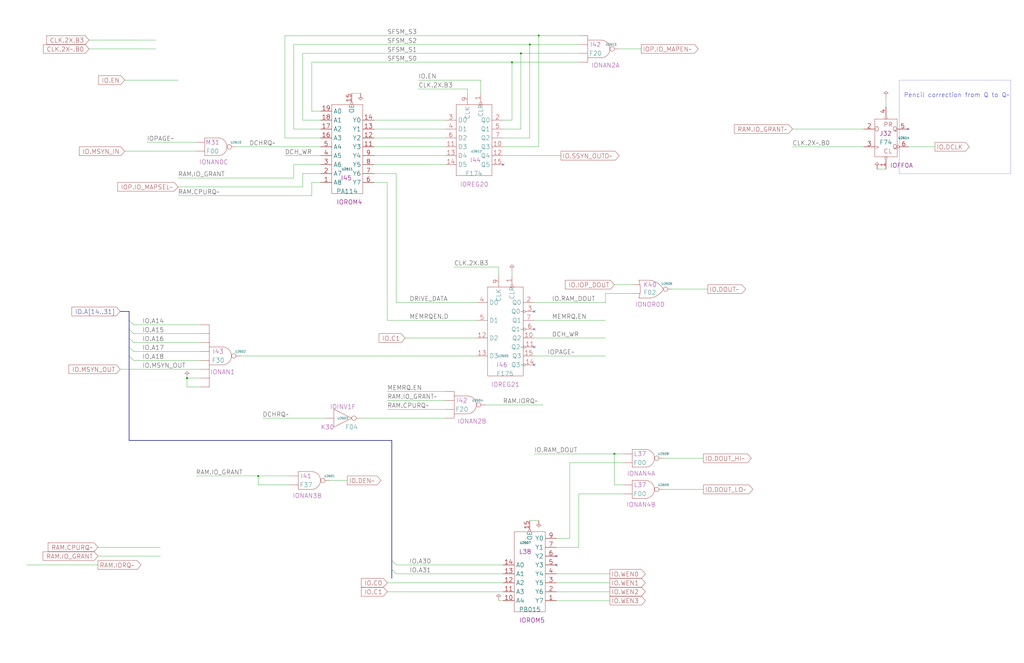
<source format=kicad_sch>
(kicad_sch (version 20230121) (generator eeschema)
  (paper "User" 584.2 378.46)
  (title_block (title "UNIBUS 0\\nSLAVE FSM") (date "22-SEP-90") (rev "2.0") (comment 1 "IOC") (comment 2 "232-003061") (comment 3 "S400") (comment 4 "RELEASED"))
  (lib_symbols
    (symbol "r1000:F00" (pin_numbers hide) (pin_names hide)
      (property "Reference" "U" (at 15.24 0 0))
      (property "Value" "F00" (at 1.905 -5.08 0))
      (property "Location" "___" (at 1.905 0 0))
      (property "Name" "______" (at 2.54 -12.7 0))
      (symbol "F00_0_1"
        (polyline (pts (xy -2.54 -7.62) (xy 5.08 -7.62)) (stroke (width 0.1524)))
        (polyline (pts (xy -2.54 2.54) (xy -2.54 -7.62)) (stroke (width 0.1524)))
        (polyline (pts (xy -2.54 2.54) (xy 5.08 2.54)) (stroke (width 0.1524)))
        (arc (start 5.08 -7.62) (mid 10.1282 -2.54) (end 5.08 2.54) (stroke (width 0.1524)))
        (circle (center 11.43 -2.54) (radius 1.27) (stroke (width 0.1524)))
      )
      (symbol "F00_0_2"
        (circle (center -3.81 -5.08) (radius 1.27) (stroke (width 0.1524)))
        (circle (center -3.81 0) (radius 1.27) (stroke (width 0.1524)))
        (arc (start -3.175 -7.62) (mid -2.134 -2.54) (end -3.175 2.54) (stroke (width 0.1524)))
        (polyline (pts (xy -3.175 -7.62) (xy 3.81 -7.62)) (stroke (width 0.1524)))
        (polyline (pts (xy -3.175 2.54) (xy 3.81 2.54)) (stroke (width 0.1524)))
        (arc (start 3.81 -7.62) (mid 7.5855 -5.8306) (end 10.16 -2.54) (stroke (width 0.1524)))
        (arc (start 10.16 -2.54) (mid 7.5827 0.7471) (end 3.81 2.54) (stroke (width 0.1524)))
      )
      (symbol "F00_1_1"
        (pin input line (at -7.62 0 0) (length 5.08) (name "D0") (number "1"))
        (pin input line (at -7.62 -5.08 0) (length 5.08) (name "D1") (number "2"))
        (pin output line (at 15.24 -2.54 180) (length 2.54) (name "Q") (number "3"))
      )
      (symbol "F00_1_2"
        (pin input line (at -7.62 0 0) (length 2.54) (name "D0") (number "1"))
        (pin input line (at -7.62 -5.08 0) (length 2.54) (name "D1") (number "2"))
        (pin output line (at 15.24 -2.54 180) (length 5.08) (name "Q") (number "3"))
      )
    )
    (symbol "r1000:F02" (pin_numbers hide) (pin_names hide)
      (property "Reference" "U" (at 12.16 0.635 0))
      (property "Value" "F02" (at -1.27 -4.445 0))
      (property "Location" "___" (at 2.54 0 0))
      (property "Name" "______" (at 2.54 -12.7 0))
      (symbol "F02_0_1"
        (arc (start -3.81 -7.62) (mid -2.9847 -2.54) (end -3.81 2.54) (stroke (width 0.1524)))
        (polyline (pts (xy -5.08 -5.08) (xy -3.175 -5.08)) (stroke (width 0.1524)))
        (polyline (pts (xy -5.08 0) (xy -3.175 0)) (stroke (width 0.1524)))
        (polyline (pts (xy -3.81 -7.62) (xy 2.54 -7.62)) (stroke (width 0.1524)))
        (polyline (pts (xy -3.81 2.54) (xy 2.54 2.54)) (stroke (width 0.1524)))
        (polyline (pts (xy 13.97 -2.54) (xy 12.7 -2.54)) (stroke (width 0.1524)))
        (arc (start 2.54 -7.62) (mid 6.9515 -5.9823) (end 10.16 -2.54) (stroke (width 0.1524)))
        (arc (start 10.16 -2.54) (mid 6.9478 0.8966) (end 2.54 2.54) (stroke (width 0.1524)))
        (circle (center 11.43 -2.54) (radius 1.27) (stroke (width 0.1524)))
      )
      (symbol "F02_0_2"
        (circle (center -3.81 -5.08) (radius 1.27) (stroke (width 0.1524)))
        (circle (center -3.81 0) (radius 1.27) (stroke (width 0.1524)))
        (polyline (pts (xy -2.54 -7.62) (xy 5.08 -7.62)) (stroke (width 0.1524)))
        (polyline (pts (xy -2.54 2.54) (xy -2.54 -7.62)) (stroke (width 0.1524)))
        (polyline (pts (xy -2.54 2.54) (xy 5.08 2.54)) (stroke (width 0.1524)))
        (polyline (pts (xy 11.43 -2.54) (xy 10.16 -2.54)) (stroke (width 0.1524)))
        (polyline (pts (xy 11.43 -2.54) (xy 12.7 -2.54)) (stroke (width 0.1524)))
        (arc (start 5.08 -7.62) (mid 10.1282 -2.54) (end 5.08 2.54) (stroke (width 0.1524)))
      )
      (symbol "F02_1_1"
        (pin input line (at -7.62 0 0) (length 2.54) (name "D0") (number "1"))
        (pin input line (at -7.62 -5.08 0) (length 2.54) (name "D1") (number "2"))
        (pin output line (at 15.24 -2.54 180) (length 1.27) (name "Q") (number "3"))
      )
      (symbol "F02_1_2"
        (pin input line (at -7.62 0 0) (length 2.54) (name "D0") (number "1"))
        (pin input line (at -7.62 -5.08 0) (length 2.54) (name "D1") (number "2"))
        (pin output line (at 15.24 -2.54 180) (length 2.54) (name "Q") (number "3"))
      )
    )
    (symbol "r1000:F04" (pin_numbers hide) (pin_names hide)
      (property "Reference" "U" (at 0 0 0))
      (property "Value" "F04" (at 1.27 -5.08 0))
      (property "Location" "___" (at -12.7 -5.08 0))
      (property "Name" "______" (at 0 5.08 0))
      (symbol "F04_0_1"
        (polyline (pts (xy -7.62 0) (xy -5.08 0)) (stroke (width 0.1524)))
        (polyline (pts (xy -5.08 5.08) (xy -5.08 -5.08)) (stroke (width 0.1524)))
        (polyline (pts (xy 5.08 0) (xy -5.08 -5.08)) (stroke (width 0.1524)))
        (polyline (pts (xy 5.08 0) (xy -5.08 5.08)) (stroke (width 0.1524)))
        (circle (center 6.35 0) (radius 1.27) (stroke (width 0.1524)))
      )
      (symbol "F04_1_1"
        (pin input line (at -10.16 0 0) (length 2.54) (name "D0") (number "1"))
        (pin output line (at 10.16 0 180) (length 2.54) (name "Q") (number "2"))
      )
    )
    (symbol "r1000:F174" (pin_names (offset 1.016))
      (property "Reference" "U" (at 2.54 5.08 0))
      (property "Value" "F174" (at -3.81 -7.62 0))
      (property "Location" "___" (at -1.27 0 0))
      (property "Name" "______" (at 1.27 -15.24 0))
      (symbol "F174_1_1"
        (rectangle (start -8.89 31.75) (end 11.43 -8.89))
        (circle (center 5.08 32.385) (radius 0.635))
        (pin input line (at 5.08 38.1 270) (length 5.08) (name "CLR") (number "1"))
        (pin output line (at 17.78 7.62 180) (length 6.35) (name "Q3") (number "10"))
        (pin input line (at -15.24 7.62 0) (length 6.35) (name "D3") (number "11"))
        (pin output line (at 17.78 2.54 180) (length 6.35) (name "Q4") (number "12"))
        (pin input line (at -15.24 2.54 0) (length 6.35) (name "D4") (number "13"))
        (pin input line (at -15.24 -2.54 0) (length 6.35) (name "D5") (number "14"))
        (pin output line (at 17.78 -2.54 180) (length 6.35) (name "Q5") (number "15"))
        (pin output line (at 17.78 22.86 180) (length 6.35) (name "Q0") (number "2"))
        (pin input line (at -15.24 22.86 0) (length 6.35) (name "D0") (number "3"))
        (pin input line (at -15.24 17.78 0) (length 6.35) (name "D1") (number "4"))
        (pin output line (at 17.78 17.78 180) (length 6.35) (name "Q1") (number "5"))
        (pin input line (at -15.24 12.7 0) (length 6.35) (name "D2") (number "6"))
        (pin output line (at 17.78 12.7 180) (length 6.35) (name "Q2") (number "7"))
        (pin input line (at -2.54 38.1 270) (length 6.35) (name "CLK") (number "9"))
      )
    )
    (symbol "r1000:F175" (pin_names (offset 1.016))
      (property "Reference" "U" (at 2.54 5.08 0))
      (property "Value" "F175" (at -1.27 -5.08 0))
      (property "Location" "___" (at -1.27 0 0))
      (property "Name" "______" (at 3.81 -12.7 0))
      (symbol "F175_1_1"
        (rectangle (start -6.35 44.45) (end 13.97 -6.35))
        (circle (center 7.62 45.085) (radius 0.635))
        (circle (center 14.605 0) (radius 0.635))
        (circle (center 14.605 10.16) (radius 0.635))
        (circle (center 14.605 20.32) (radius 0.635))
        (circle (center 14.605 30.48) (radius 0.635))
        (pin input line (at 7.62 50.8 270) (length 5.08) (name "CLR") (number "1"))
        (pin output line (at 20.32 15.24 180) (length 6.35) (name "Q2") (number "10"))
        (pin output line (at 20.32 10.16 180) (length 5.08) (name "Q2~") (number "11"))
        (pin input line (at -12.7 15.24 0) (length 6.35) (name "D2") (number "12"))
        (pin input line (at -12.7 5.08 0) (length 6.35) (name "D3") (number "13"))
        (pin output line (at 20.32 0 180) (length 5.08) (name "Q3~") (number "14"))
        (pin output line (at 20.32 5.08 180) (length 6.35) (name "Q3") (number "15"))
        (pin output line (at 20.32 35.56 180) (length 6.35) (name "Q0") (number "2"))
        (pin output line (at 20.32 30.48 180) (length 5.08) (name "Q0~") (number "3"))
        (pin input line (at -12.7 35.56 0) (length 6.35) (name "D0") (number "4"))
        (pin input line (at -12.7 25.4 0) (length 6.35) (name "D1") (number "5"))
        (pin output line (at 20.32 20.32 180) (length 5.08) (name "Q1~") (number "6"))
        (pin output line (at 20.32 25.4 180) (length 6.35) (name "Q1") (number "7"))
        (pin input line (at 0 50.8 270) (length 6.35) (name "CLK") (number "9"))
      )
    )
    (symbol "r1000:F20" (pin_numbers hide) (pin_names hide)
      (property "Reference" "U" (at 8.255 2.54 0))
      (property "Value" "F20" (at -0.635 -2.54 0))
      (property "Location" "___" (at -0.635 2.54 0))
      (property "Name" "______" (at 5.08 -10.795 0))
      (symbol "F20_0_1"
        (polyline (pts (xy -5.08 -5.08) (xy -5.08 -7.62)) (stroke (width 0.1524)))
        (polyline (pts (xy -5.08 5.08) (xy -5.08 -5.08)) (stroke (width 0.1524)))
        (polyline (pts (xy -5.08 7.62) (xy -5.08 5.08)) (stroke (width 0.1524)))
        (polyline (pts (xy 2.54 -5.08) (xy -5.08 -5.08)) (stroke (width 0.1524)))
        (polyline (pts (xy 2.54 5.08) (xy -5.08 5.08)) (stroke (width 0.1524)))
        (arc (start 2.54 -5.08) (mid 7.5882 0) (end 2.54 5.08) (stroke (width 0.1524)))
        (circle (center 8.89 0) (radius 1.27) (stroke (width 0.1524)))
      )
      (symbol "F20_0_2"
        (circle (center -7.62 -7.62) (radius 1.27) (stroke (width 0.1524)))
        (circle (center -7.62 7.62) (radius 1.27) (stroke (width 0.1524)))
        (circle (center -6.985 -2.54) (radius 1.27) (stroke (width 0.1524)))
        (circle (center -6.985 2.54) (radius 1.27) (stroke (width 0.1524)))
        (arc (start -6.35 -7.62) (mid -5.3975 0) (end -6.35 7.62) (stroke (width 0.1524)))
        (polyline (pts (xy -5.715 -5.08) (xy 1.27 -5.08)) (stroke (width 0.1524)))
        (polyline (pts (xy -5.715 5.08) (xy 1.27 5.08)) (stroke (width 0.1524)))
        (arc (start 1.27 -5.08) (mid 5.0518 -3.2985) (end 7.62 0) (stroke (width 0.1524)))
        (arc (start 7.62 0) (mid 5.0518 3.2985) (end 1.27 5.08) (stroke (width 0.1524)))
      )
      (symbol "F20_1_1"
        (pin input line (at -10.16 7.62 0) (length 5.08) (name "D0") (number "1"))
        (pin input line (at -10.16 2.54 0) (length 5.08) (name "D1") (number "2"))
        (pin input line (at -10.16 -2.54 0) (length 5.08) (name "D2") (number "4"))
        (pin input line (at -10.16 -7.62 0) (length 5.08) (name "D3") (number "5"))
        (pin output line (at 12.7 0 180) (length 2.54) (name "Q") (number "6"))
      )
      (symbol "F20_1_2"
        (pin input line (at -10.16 7.62 0) (length 1.27) (name "D0") (number "1"))
        (pin input line (at -10.16 2.54 0) (length 1.905) (name "D1") (number "2"))
        (pin input line (at -10.16 -2.54 0) (length 1.905) (name "D2") (number "4"))
        (pin input line (at -10.16 -7.62 0) (length 1.27) (name "D3") (number "5"))
        (pin output line (at 12.7 0 180) (length 5.08) (name "Q") (number "6"))
      )
    )
    (symbol "r1000:F30" (pin_numbers hide) (pin_names hide)
      (property "Reference" "U" (at 15.24 2.54 0))
      (property "Value" "F30" (at 2.54 -2.54 0))
      (property "Location" "___" (at 2.54 2.54 0))
      (property "Name" "______" (at 5.08 -10.62 0))
      (symbol "F30_0_0"
        (polyline (pts (xy -2.54 -5.08) (xy 5.08 -5.08)) (stroke (width 0.1524)))
        (polyline (pts (xy -2.54 5.08) (xy 5.08 5.08)) (stroke (width 0.1524)))
        (arc (start 5.08 -5.08) (mid 8.6721 -3.5921) (end 10.16 0) (stroke (width 0.1524)))
        (arc (start 10.16 0) (mid 8.6721 3.5921) (end 5.08 5.08) (stroke (width 0.1524)))
        (circle (center 11.43 0) (radius 1.27) (stroke (width 0.1524)))
      )
      (symbol "F30_0_1"
        (polyline (pts (xy -2.54 -7.62) (xy -2.54 -17.78)) (stroke (width 0.1524)))
        (polyline (pts (xy -2.54 -5.08) (xy -2.54 -7.62)) (stroke (width 0.1524)))
        (polyline (pts (xy -2.54 5.08) (xy -2.54 -5.08)) (stroke (width 0.1524)))
        (polyline (pts (xy -2.54 7.62) (xy -2.54 5.08)) (stroke (width 0.1524)))
        (polyline (pts (xy -2.54 17.145) (xy -2.54 7.62)) (stroke (width 0.1524)))
        (polyline (pts (xy -2.54 17.78) (xy -2.54 17.145)) (stroke (width 0.1524)))
      )
      (symbol "F30_1_1"
        (pin input line (at -7.62 7.62 0) (length 5.08) (name "D2") (number "1"))
        (pin input line (at -7.62 17.78 0) (length 5.08) (name "D0") (number "11"))
        (pin input line (at -7.62 12.7 0) (length 5.08) (name "D1") (number "12"))
        (pin input line (at -7.62 2.54 0) (length 5.08) (name "D3") (number "2"))
        (pin input line (at -7.62 -2.54 0) (length 5.08) (name "D4") (number "3"))
        (pin input line (at -7.62 -7.62 0) (length 5.08) (name "D5") (number "4"))
        (pin input line (at -7.62 -12.7 0) (length 5.08) (name "D6") (number "5"))
        (pin input line (at -7.62 -17.78 0) (length 5.08) (name "D7") (number "6"))
        (pin output line (at 15.24 0 180) (length 2.54) (name "Q") (number "8"))
      )
    )
    (symbol "r1000:F37" (pin_numbers hide) (pin_names (offset 0) hide)
      (property "Reference" "U" (at 15.24 0 0))
      (property "Value" "F37" (at 1.905 -5.08 0))
      (property "Location" "___" (at 1.905 0 0))
      (property "Name" "______" (at 2.54 -12.7 0))
      (symbol "F37_0_1"
        (polyline (pts (xy -2.54 -7.62) (xy 5.08 -7.62)) (stroke (width 0.1524)))
        (polyline (pts (xy -2.54 2.54) (xy -2.54 -7.62)) (stroke (width 0.1524)))
        (polyline (pts (xy -2.54 2.54) (xy 5.08 2.54)) (stroke (width 0.1524)))
        (arc (start 5.08 -7.62) (mid 10.1282 -2.54) (end 5.08 2.54) (stroke (width 0.1524)))
        (circle (center 11.43 -2.54) (radius 1.27) (stroke (width 0.1524)))
      )
      (symbol "F37_0_2"
        (circle (center -3.81 -5.08) (radius 1.27) (stroke (width 0.1524)))
        (circle (center -3.81 0) (radius 1.27) (stroke (width 0.1524)))
        (arc (start -3.175 -7.62) (mid -2.134 -2.54) (end -3.175 2.54) (stroke (width 0.1524)))
        (polyline (pts (xy -3.175 -7.62) (xy 3.81 -7.62)) (stroke (width 0.1524)))
        (polyline (pts (xy -3.175 2.54) (xy 3.81 2.54)) (stroke (width 0.1524)))
        (arc (start 3.81 -7.62) (mid 7.5855 -5.8306) (end 10.16 -2.54) (stroke (width 0.1524)))
        (arc (start 10.16 -2.54) (mid 7.5827 0.7471) (end 3.81 2.54) (stroke (width 0.1524)))
      )
      (symbol "F37_1_1"
        (pin input line (at -7.62 0 0) (length 5.08) (name "D0") (number "1"))
        (pin input line (at -7.62 -5.08 0) (length 5.08) (name "D1") (number "2"))
        (pin output line (at 15.24 -2.54 180) (length 2.54) (name "Q") (number "3"))
      )
      (symbol "F37_1_2"
        (pin input line (at -7.62 0 0) (length 2.54) (name "D0") (number "1"))
        (pin input line (at -7.62 -5.08 0) (length 2.54) (name "D1") (number "2"))
        (pin output line (at 15.24 -2.54 180) (length 5.08) (name "Q") (number "3"))
      )
    )
    (symbol "r1000:F74" (pin_names (offset 1.016) hide)
      (property "Reference" "U" (at 12.7 -2.54 0))
      (property "Value" "F74" (at -1.27 -5.08 0))
      (property "Location" "___" (at -1.27 0 0))
      (property "Name" "______" (at 11.43 -19.685 0))
      (symbol "F74_0_1"
        (rectangle (start -3.81 8.255) (end 8.89 -13.335) (stroke (width 0.1524)))
        (polyline (pts (xy 2.54 -15.24) (xy 2.54 -14.605)) (stroke (width 0.1524)))
        (polyline (pts (xy 2.54 10.16) (xy 2.54 9.525)) (stroke (width 0.1524)))
      )
      (symbol "F74_1_1"
        (circle (center 2.54 -13.97) (radius 0.635))
        (circle (center 2.54 8.89) (radius 0.635))
        (circle (center 9.525 -7.62) (radius 0.635))
        (text ">" (at -2.54 -7.62 0) (effects (font (size 2.54 2.54))))
        (text "C" (at 2.54 -10.16 0) (effects (font (size 2.54 2.54))))
        (text "D" (at -2.54 2.54 0) (effects (font (size 2.54 2.54))))
        (text "L" (at 5.08 -10.16 0) (effects (font (size 2.54 2.54))))
        (text "P" (at 2.54 5.08 0) (effects (font (size 2.54 2.54))))
        (text "Q" (at 7.62 -7.62 0) (effects (font (size 2.54 2.54))))
        (text "Q" (at 7.62 2.54 0) (effects (font (size 2.54 2.54))))
        (text "R" (at 5.08 5.08 0) (effects (font (size 2.54 2.54))))
        (pin input line (at 2.54 -20.32 90) (length 5.08) (name "CL_") (number "1"))
        (pin input line (at -10.16 2.54 0) (length 6.35) (name "D") (number "2"))
        (pin input line (at -10.16 -7.62 0) (length 6.35) (name "CLK") (number "3"))
        (pin input line (at 2.54 15.24 270) (length 5.08) (name "PR_") (number "4"))
        (pin output line (at 15.24 2.54 180) (length 6.35) (name "Q") (number "5"))
        (pin output line (at 15.24 -7.62 180) (length 5.08) (name "Q_") (number "6"))
      )
    )
    (symbol "r1000:PAxxx" (pin_names (offset 1.016))
      (property "Reference" "U" (at 2.54 5.08 0))
      (property "Value" "PAxxx" (at -3.81 -7.62 0))
      (property "Location" "___" (at -1.27 0 0))
      (property "Name" "______" (at 3.81 -15.24 0))
      (symbol "PAxxx_1_1"
        (rectangle (start -6.35 41.91) (end 11.43 -8.89))
        (circle (center 5.08 42.545) (radius 0.635))
        (pin input line (at -12.7 -2.54 0) (length 6.35) (name "A8") (number "1"))
        (pin tri_state line (at 17.78 17.78 180) (length 6.35) (name "Y3") (number "11"))
        (pin tri_state line (at 17.78 22.86 180) (length 6.35) (name "Y2") (number "12"))
        (pin tri_state line (at 17.78 27.94 180) (length 6.35) (name "Y1") (number "13"))
        (pin tri_state line (at 17.78 33.02 180) (length 6.35) (name "Y0") (number "14"))
        (pin input line (at 5.08 48.26 270) (length 5.08) (name "OE") (number "15"))
        (pin input line (at -12.7 22.86 0) (length 6.35) (name "A3") (number "16"))
        (pin input line (at -12.7 27.94 0) (length 6.35) (name "A2") (number "17"))
        (pin input line (at -12.7 33.02 0) (length 6.35) (name "A1") (number "18"))
        (pin input line (at -12.7 38.1 0) (length 6.35) (name "A0") (number "19"))
        (pin input line (at -12.7 2.54 0) (length 6.35) (name "A7") (number "2"))
        (pin input line (at -12.7 7.62 0) (length 6.35) (name "A6") (number "3"))
        (pin input line (at -12.7 12.7 0) (length 6.35) (name "A5") (number "4"))
        (pin input line (at -12.7 17.78 0) (length 6.35) (name "A4") (number "5"))
        (pin tri_state line (at 17.78 -2.54 180) (length 6.35) (name "Y7") (number "6"))
        (pin tri_state line (at 17.78 2.54 180) (length 6.35) (name "Y6") (number "7"))
        (pin tri_state line (at 17.78 7.62 180) (length 6.35) (name "Y5") (number "8"))
        (pin tri_state line (at 17.78 12.7 180) (length 6.35) (name "Y4") (number "9"))
      )
    )
    (symbol "r1000:PBxxx" (pin_names (offset 1.016))
      (property "Reference" "U" (at 2.54 5.08 0))
      (property "Value" "PBxxx" (at -1.27 -33.02 0))
      (property "Location" "___" (at -1.27 0 0))
      (property "Name" "______" (at 6.35 -40.64 0))
      (symbol "PBxxx_1_1"
        (rectangle (start -3.81 11.43) (end 13.97 -34.29))
        (circle (center 5.08 12.065) (radius 0.635))
        (pin tri_state line (at 20.32 -27.94 180) (length 6.35) (name "Y7") (number "1"))
        (pin input line (at -10.16 -27.94 0) (length 6.35) (name "A4") (number "10"))
        (pin input line (at -10.16 -22.86 0) (length 6.35) (name "A3") (number "11"))
        (pin input line (at -10.16 -17.78 0) (length 6.35) (name "A2") (number "12"))
        (pin input line (at -10.16 -12.7 0) (length 6.35) (name "A1") (number "13"))
        (pin input line (at -10.16 -7.62 0) (length 6.35) (name "A0") (number "14"))
        (pin input line (at 5.08 17.78 270) (length 5.08) (name "OE") (number "15"))
        (pin tri_state line (at 20.32 -22.86 180) (length 6.35) (name "Y6") (number "2"))
        (pin tri_state line (at 20.32 -17.78 180) (length 6.35) (name "Y5") (number "3"))
        (pin tri_state line (at 20.32 -12.7 180) (length 6.35) (name "Y4") (number "4"))
        (pin tri_state line (at 20.32 -7.62 180) (length 6.35) (name "Y3") (number "5"))
        (pin tri_state line (at 20.32 -2.54 180) (length 6.35) (name "Y2") (number "6"))
        (pin tri_state line (at 20.32 2.54 180) (length 6.35) (name "Y1") (number "7"))
        (pin tri_state line (at 20.32 7.62 180) (length 6.35) (name "Y0") (number "9"))
      )
    )
    (symbol "r1000:PD" (power) (pin_numbers hide) (pin_names hide) (in_bom no)
      (symbol "PD_0_1"
        (polyline (pts (xy 0 -2.54) (xy 1.27 -2.54) (xy 0 -3.81) (xy -1.27 -2.54) (xy 0 -2.54)) (stroke (width 0.1524)))
      )
      (symbol "PD_1_1"
        (pin power_in line (at 0 0 270) (length 2.54) (name "PD") (number "1"))
      )
    )
    (symbol "r1000:PU" (power) (pin_numbers hide) (pin_names hide)
      (symbol "PU_0_1"
        (polyline (pts (xy 0 2.54) (xy -1.27 2.54) (xy 0 3.81) (xy 1.27 2.54) (xy 0 2.54)) (stroke (width 0.1524)))
      )
      (symbol "PU_1_1"
        (pin power_in line (at 0 0 90) (length 2.54) (name "PU") (number "1"))
      )
    )
  )
  (junction (at 350.52 259.08))
  (junction (at 297.18 30.48))
  (junction (at 307.34 20.32))
  (junction (at 106.68 215.9))
  (junction (at 147.32 271.78))
  (junction (at 302.26 25.4))
  (junction (at 292.1 35.56))
  (no_connect (at 304.8 177.8))
  (no_connect (at 317.5 322.58))
  (no_connect (at 304.8 198.12))
  (no_connect (at 304.8 208.28))
  (no_connect (at 518.16 73.66))
  (no_connect (at 304.8 187.96))
  (no_connect (at 317.5 317.5))
  (no_connect (at 287.02 93.98))
  (bus_entry (at 223.52 320.04) (size 2.54 2.54))
  (bus_entry (at 73.66 193.04) (size 2.54 2.54))
  (bus_entry (at 73.66 187.96) (size 2.54 2.54))
  (bus_entry (at 223.52 325.12) (size 2.54 2.54))
  (bus_entry (at 73.66 182.88) (size 2.54 2.54))
  (bus_entry (at 73.66 198.12) (size 2.54 2.54))
  (bus_entry (at 73.66 203.2) (size 2.54 2.54))
  (wire (pts (xy 302.26 25.4) (xy 330.2 25.4)))
  (wire (pts (xy 137.16 203.2) (xy 271.78 203.2)))
  (wire (pts (xy 213.36 88.9) (xy 254 88.9)))
  (wire (pts (xy 182.88 78.74) (xy 162.56 78.74)))
  (wire (pts (xy 220.98 182.88) (xy 220.98 104.14)))
  (wire (pts (xy 182.88 68.58) (xy 172.72 68.58)))
  (wire (pts (xy 71.12 45.72) (xy 101.6 45.72)))
  (wire (pts (xy 350.52 162.56) (xy 360.68 162.56)))
  (wire (pts (xy 220.98 233.68) (xy 254 233.68)))
  (wire (pts (xy 220.98 104.14) (xy 213.36 104.14)))
  (wire (pts (xy 292.1 154.94) (xy 292.1 157.48)))
  (wire (pts (xy 76.2 205.74) (xy 114.3 205.74)))
  (wire (pts (xy 307.34 20.32) (xy 330.2 20.32)))
  (wire (pts (xy 345.44 167.64) (xy 360.68 167.64)))
  (bus (pts (xy 73.66 187.96) (xy 73.66 193.04)))
  (wire (pts (xy 167.64 25.4) (xy 302.26 25.4)))
  (wire (pts (xy 226.06 322.58) (xy 287.02 322.58)))
  (wire (pts (xy 500.38 96.52) (xy 505.46 96.52)))
  (wire (pts (xy 182.88 73.66) (xy 167.64 73.66)))
  (wire (pts (xy 317.5 332.74) (xy 347.98 332.74)))
  (polyline (pts (xy 576.58 99.06) (xy 513.08 99.06)) (stroke (width 0.0243)))
  (wire (pts (xy 355.6 281.94) (xy 330.2 281.94)))
  (wire (pts (xy 284.48 152.4) (xy 284.48 157.48)))
  (wire (pts (xy 284.48 342.9) (xy 287.02 342.9)))
  (wire (pts (xy 134.62 83.82) (xy 182.88 83.82)))
  (wire (pts (xy 162.56 78.74) (xy 162.56 20.32)))
  (wire (pts (xy 226.06 99.06) (xy 226.06 172.72)))
  (wire (pts (xy 147.32 271.78) (xy 165.1 271.78)))
  (wire (pts (xy 304.8 193.04) (xy 345.44 193.04)))
  (wire (pts (xy 345.44 172.72) (xy 345.44 167.64)))
  (wire (pts (xy 114.3 220.98) (xy 106.68 220.98)))
  (wire (pts (xy 177.8 104.14) (xy 182.88 104.14)))
  (wire (pts (xy 274.32 45.72) (xy 274.32 53.34)))
  (wire (pts (xy 317.5 337.82) (xy 347.98 337.82)))
  (wire (pts (xy 55.88 317.5) (xy 91.44 317.5)))
  (wire (pts (xy 172.72 106.68) (xy 172.72 99.06)))
  (wire (pts (xy 162.56 20.32) (xy 307.34 20.32)))
  (bus (pts (xy 73.66 193.04) (xy 73.66 198.12)))
  (wire (pts (xy 325.12 307.34) (xy 325.12 264.16)))
  (wire (pts (xy 292.1 35.56) (xy 330.2 35.56)))
  (wire (pts (xy 172.72 30.48) (xy 297.18 30.48)))
  (wire (pts (xy 292.1 68.58) (xy 287.02 68.58)))
  (wire (pts (xy 452.12 83.82) (xy 492.76 83.82)))
  (wire (pts (xy 317.5 307.34) (xy 325.12 307.34)))
  (wire (pts (xy 317.5 327.66) (xy 347.98 327.66)))
  (bus (pts (xy 68.58 177.8) (xy 73.66 177.8)))
  (wire (pts (xy 101.6 106.68) (xy 172.72 106.68)))
  (wire (pts (xy 330.2 281.94) (xy 330.2 312.42)))
  (wire (pts (xy 307.34 20.32) (xy 307.34 83.82)))
  (wire (pts (xy 213.36 93.98) (xy 254 93.98)))
  (wire (pts (xy 167.64 101.6) (xy 167.64 93.98)))
  (bus (pts (xy 73.66 198.12) (xy 73.66 203.2)))
  (wire (pts (xy 106.68 220.98) (xy 106.68 215.9)))
  (wire (pts (xy 297.18 30.48) (xy 297.18 73.66)))
  (wire (pts (xy 76.2 185.42) (xy 114.3 185.42)))
  (wire (pts (xy 276.86 231.14) (xy 309.88 231.14)))
  (wire (pts (xy 259.08 152.4) (xy 284.48 152.4)))
  (wire (pts (xy 297.18 30.48) (xy 330.2 30.48)))
  (wire (pts (xy 55.88 312.42) (xy 91.44 312.42)))
  (wire (pts (xy 76.2 195.58) (xy 114.3 195.58)))
  (wire (pts (xy 50.8 22.86) (xy 88.9 22.86)))
  (wire (pts (xy 162.56 88.9) (xy 182.88 88.9)))
  (wire (pts (xy 68.58 210.82) (xy 114.3 210.82)))
  (wire (pts (xy 111.76 271.78) (xy 147.32 271.78)))
  (wire (pts (xy 452.12 73.66) (xy 492.76 73.66)))
  (wire (pts (xy 101.6 111.76) (xy 177.8 111.76)))
  (bus (pts (xy 73.66 177.8) (xy 73.66 182.88)))
  (polyline (pts (xy 576.58 45.72) (xy 576.58 99.06)) (stroke (width 0.0243)))
  (wire (pts (xy 177.8 63.5) (xy 177.8 35.56)))
  (wire (pts (xy 167.64 93.98) (xy 182.88 93.98)))
  (wire (pts (xy 226.06 172.72) (xy 271.78 172.72)))
  (wire (pts (xy 213.36 68.58) (xy 254 68.58)))
  (wire (pts (xy 177.8 35.56) (xy 292.1 35.56)))
  (wire (pts (xy 231.14 193.04) (xy 271.78 193.04)))
  (wire (pts (xy 505.46 55.88) (xy 505.46 60.96)))
  (wire (pts (xy 213.36 83.82) (xy 254 83.82)))
  (wire (pts (xy 213.36 73.66) (xy 254 73.66)))
  (wire (pts (xy 172.72 99.06) (xy 182.88 99.06)))
  (wire (pts (xy 226.06 327.66) (xy 287.02 327.66)))
  (wire (pts (xy 350.52 276.86) (xy 350.52 259.08)))
  (bus (pts (xy 73.66 203.2) (xy 73.66 251.46)))
  (wire (pts (xy 355.6 276.86) (xy 350.52 276.86)))
  (wire (pts (xy 307.34 83.82) (xy 287.02 83.82)))
  (wire (pts (xy 317.5 342.9) (xy 347.98 342.9)))
  (wire (pts (xy 297.18 73.66) (xy 287.02 73.66)))
  (wire (pts (xy 76.2 190.5) (xy 114.3 190.5)))
  (wire (pts (xy 187.96 274.32) (xy 198.12 274.32)))
  (wire (pts (xy 172.72 68.58) (xy 172.72 30.48)))
  (wire (pts (xy 71.12 86.36) (xy 111.76 86.36)))
  (wire (pts (xy 292.1 35.56) (xy 292.1 68.58)))
  (wire (pts (xy 302.26 297.18) (xy 307.34 297.18)))
  (bus (pts (xy 73.66 182.88) (xy 73.66 187.96)))
  (wire (pts (xy 182.88 63.5) (xy 177.8 63.5)))
  (wire (pts (xy 177.8 111.76) (xy 177.8 104.14)))
  (wire (pts (xy 213.36 99.06) (xy 226.06 99.06)))
  (wire (pts (xy 205.74 238.76) (xy 254 238.76)))
  (wire (pts (xy 220.98 182.88) (xy 271.78 182.88)))
  (polyline (pts (xy 513.08 45.72) (xy 513.08 99.06)) (stroke (width 0.0243)))
  (wire (pts (xy 220.98 337.82) (xy 287.02 337.82)))
  (wire (pts (xy 147.32 276.86) (xy 147.32 271.78)))
  (wire (pts (xy 213.36 78.74) (xy 254 78.74)))
  (wire (pts (xy 287.02 88.9) (xy 320.04 88.9)))
  (polyline (pts (xy 513.08 45.72) (xy 576.58 45.72)) (stroke (width 0.0243)))
  (wire (pts (xy 167.64 73.66) (xy 167.64 25.4)))
  (wire (pts (xy 353.06 27.94) (xy 365.76 27.94)))
  (wire (pts (xy 304.8 259.08) (xy 350.52 259.08)))
  (wire (pts (xy 15.24 322.58) (xy 55.88 322.58)))
  (wire (pts (xy 304.8 172.72) (xy 345.44 172.72)))
  (wire (pts (xy 106.68 215.9) (xy 114.3 215.9)))
  (wire (pts (xy 378.46 279.4) (xy 401.32 279.4)))
  (bus (pts (xy 223.52 251.46) (xy 223.52 320.04)))
  (wire (pts (xy 220.98 223.52) (xy 254 223.52)))
  (wire (pts (xy 378.46 261.62) (xy 401.32 261.62)))
  (bus (pts (xy 73.66 251.46) (xy 223.52 251.46)))
  (bus (pts (xy 223.52 320.04) (xy 223.52 325.12)))
  (wire (pts (xy 200.66 53.34) (xy 205.74 53.34)))
  (wire (pts (xy 220.98 228.6) (xy 254 228.6)))
  (wire (pts (xy 165.1 276.86) (xy 147.32 276.86)))
  (wire (pts (xy 304.8 182.88) (xy 345.44 182.88)))
  (wire (pts (xy 518.16 83.82) (xy 533.4 83.82)))
  (wire (pts (xy 266.7 50.8) (xy 266.7 53.34)))
  (wire (pts (xy 101.6 101.6) (xy 167.64 101.6)))
  (bus (pts (xy 223.52 325.12) (xy 223.52 330.2)))
  (wire (pts (xy 83.82 81.28) (xy 111.76 81.28)))
  (wire (pts (xy 220.98 332.74) (xy 287.02 332.74)))
  (wire (pts (xy 302.26 78.74) (xy 287.02 78.74)))
  (wire (pts (xy 50.8 27.94) (xy 88.9 27.94)))
  (wire (pts (xy 330.2 312.42) (xy 317.5 312.42)))
  (wire (pts (xy 304.8 203.2) (xy 345.44 203.2)))
  (wire (pts (xy 76.2 200.66) (xy 114.3 200.66)))
  (wire (pts (xy 238.76 50.8) (xy 266.7 50.8)))
  (wire (pts (xy 350.52 259.08) (xy 355.6 259.08)))
  (wire (pts (xy 383.54 165.1) (xy 403.86 165.1)))
  (wire (pts (xy 149.86 238.76) (xy 185.42 238.76)))
  (wire (pts (xy 302.26 25.4) (xy 302.26 78.74)))
  (wire (pts (xy 238.76 45.72) (xy 274.32 45.72)))
  (wire (pts (xy 325.12 264.16) (xy 355.6 264.16)))
  (text "Pencil correction from Q to Q~" (at 515.62 55.88 0) (effects (font (size 2.54 2.54)) (justify left bottom)))
  (label "IOPAGE~" (at 83.82 81.28 0) (effects (font (size 2.54 2.54))))
  (label "IO.A30" (at 233.68 322.58 0) (effects (font (size 2.54 2.54))))
  (label "IO.A16" (at 81.28 195.58 0) (effects (font (size 2.54 2.54))))
  (label "DCH_WR" (at 162.56 88.9 0) (effects (font (size 2.54 2.54))))
  (label "MEMRQEN.D" (at 233.68 182.88 0) (effects (font (size 2.54 2.54))))
  (label "SFSM_S0" (at 220.98 35.56 0) (effects (font (size 2.54 2.54))))
  (label "IO.RAM_DOUT" (at 304.8 259.08 0) (effects (font (size 2.54 2.54))))
  (label "DRIVE_DATA" (at 233.68 172.72 0) (effects (font (size 2.54 2.54))))
  (label "RAM.CPURQ~" (at 220.98 233.68 0) (effects (font (size 2.54 2.54))))
  (label "IO.RAM_DOUT" (at 314.96 172.72 0) (effects (font (size 2.54 2.54))))
  (label "SFSM_S1" (at 220.98 30.48 0) (effects (font (size 2.54 2.54))))
  (label "IO.EN" (at 238.76 45.72 0) (effects (font (size 2.54 2.54))))
  (label "CLK.2X.B3" (at 238.76 50.8 0) (effects (font (size 2.54 2.54))))
  (label "IO.A31" (at 233.68 327.66 0) (effects (font (size 2.54 2.54))))
  (label "MEMRQ.EN" (at 220.98 223.52 0) (effects (font (size 2.54 2.54))))
  (label "CLK.2X.B3" (at 259.08 152.4 0) (effects (font (size 2.54 2.54))))
  (label "IO.A15" (at 81.28 190.5 0) (effects (font (size 2.54 2.54))))
  (label "DCHRQ~" (at 149.86 238.76 0) (effects (font (size 2.54 2.54))))
  (label "IOPAGE~" (at 312.42 203.2 0) (effects (font (size 2.54 2.54))))
  (label "CLK.2X~.B0" (at 452.12 83.82 0) (effects (font (size 2.54 2.54))))
  (label "DCHRQ~" (at 142.24 83.82 0) (effects (font (size 2.54 2.54))))
  (label "RAM.IO_GRANT" (at 101.6 101.6 0) (effects (font (size 2.54 2.54))))
  (label "MEMRQ.EN" (at 314.96 182.88 0) (effects (font (size 2.54 2.54))))
  (label "DCH_WR" (at 314.96 193.04 0) (effects (font (size 2.54 2.54))))
  (label "IO.A14" (at 81.28 185.42 0) (effects (font (size 2.54 2.54))))
  (label "RAM.IO_GRANT~" (at 220.98 228.6 0) (effects (font (size 2.54 2.54))))
  (label "SFSM_S3" (at 220.98 20.32 0) (effects (font (size 2.54 2.54))))
  (label "SFSM_S2" (at 220.98 25.4 0) (effects (font (size 2.54 2.54))))
  (label "RAM.CPURQ~" (at 101.6 111.76 0) (effects (font (size 2.54 2.54))))
  (label "RAM.IO_GRANT" (at 111.76 271.78 0) (effects (font (size 2.54 2.54))))
  (label "RAM.IORQ~" (at 287.02 231.14 0) (effects (font (size 2.54 2.54))))
  (label "IO.MSYN_OUT" (at 81.28 210.82 0) (effects (font (size 2.54 2.54))))
  (label "IO.A17" (at 81.28 200.66 0) (effects (font (size 2.54 2.54))))
  (label "IO.A18" (at 81.28 205.74 0) (effects (font (size 2.54 2.54))))
  (global_label "IO.DEN~" (shape output) (at 198.12 274.32 0) (effects (font (size 2.54 2.54))) (property "Intersheetrefs" "${INTERSHEET_REFS}" (at 217.7203 274.1613 0) (effects (font (size 1.905 1.905)) (justify left))))
  (global_label "IO.DOUT_HI~" (shape output) (at 401.32 261.62 0) (effects (font (size 2.54 2.54))) (property "Intersheetrefs" "${INTERSHEET_REFS}" (at 429.0241 261.4613 0) (effects (font (size 1.905 1.905)) (justify left))))
  (global_label "RAM.CPURQ~" (shape input) (at 55.88 312.42 180) (effects (font (size 2.54 2.54))) (property "Intersheetrefs" "${INTERSHEET_REFS}" (at 27.0873 312.2613 0) (effects (font (size 1.905 1.905)) (justify right))))
  (global_label "RAM.IORQ~" (shape output) (at 55.88 322.58 0) (effects (font (size 2.54 2.54))) (property "Intersheetrefs" "${INTERSHEET_REFS}" (at 80.8022 322.4213 0) (effects (font (size 1.905 1.905)) (justify left))))
  (global_label "IO.A[14..31]" (shape input) (at 68.58 177.8 180) (effects (font (size 2.54 2.54))) (property "Intersheetrefs" "${INTERSHEET_REFS}" (at 40.634 177.6413 0) (effects (font (size 1.905 1.905)) (justify right))))
  (global_label "IO.IOP_DOUT" (shape input) (at 350.52 162.56 180) (effects (font (size 2.54 2.54))) (property "Intersheetrefs" "${INTERSHEET_REFS}" (at 322.0901 162.4013 0) (effects (font (size 1.905 1.905)) (justify right))))
  (global_label "CLK.2X~.B0" (shape input) (at 50.8 27.94 180) (effects (font (size 2.54 2.54))) (property "Intersheetrefs" "${INTERSHEET_REFS}" (at 24.4263 27.7813 0) (effects (font (size 1.905 1.905)) (justify right))))
  (global_label "IO.DOUT_LO~" (shape output) (at 401.32 279.4 0) (effects (font (size 2.54 2.54))) (property "Intersheetrefs" "${INTERSHEET_REFS}" (at 429.8708 279.2413 0) (effects (font (size 1.905 1.905)) (justify left))))
  (global_label "IO.WEN0" (shape output) (at 347.98 327.66 0) (effects (font (size 2.54 2.54))) (property "Intersheetrefs" "${INTERSHEET_REFS}" (at 368.548 327.5013 0) (effects (font (size 1.905 1.905)) (justify left))))
  (global_label "IOP.IO_MAPEN~" (shape output) (at 365.76 27.94 0) (effects (font (size 2.54 2.54))) (property "Intersheetrefs" "${INTERSHEET_REFS}" (at 398.786 27.7813 0) (effects (font (size 1.905 1.905)) (justify left))))
  (global_label "RAM.IO_GRANT~" (shape input) (at 452.12 73.66 180) (effects (font (size 2.54 2.54))) (property "Intersheetrefs" "${INTERSHEET_REFS}" (at 418.6101 73.5013 0) (effects (font (size 1.905 1.905)) (justify right))))
  (global_label "IO.MSYN_IN" (shape input) (at 71.12 86.36 180) (effects (font (size 2.54 2.54))) (property "Intersheetrefs" "${INTERSHEET_REFS}" (at 44.8673 86.2013 0) (effects (font (size 1.905 1.905)) (justify right))))
  (global_label "IO.WEN3" (shape output) (at 347.98 342.9 0) (effects (font (size 2.54 2.54))) (property "Intersheetrefs" "${INTERSHEET_REFS}" (at 368.548 342.7413 0) (effects (font (size 1.905 1.905)) (justify left))))
  (global_label "IO.C0" (shape input) (at 220.98 332.74 180) (effects (font (size 2.54 2.54))) (property "Intersheetrefs" "${INTERSHEET_REFS}" (at 205.734 332.5813 0) (effects (font (size 1.905 1.905)) (justify right))))
  (global_label "IO.C1" (shape input) (at 231.14 193.04 180) (effects (font (size 2.54 2.54))) (property "Intersheetrefs" "${INTERSHEET_REFS}" (at 215.894 192.8813 0) (effects (font (size 1.905 1.905)) (justify right))))
  (global_label "RAM.IO_GRANT" (shape input) (at 55.88 317.5 180) (effects (font (size 2.54 2.54))) (property "Intersheetrefs" "${INTERSHEET_REFS}" (at 24.1844 317.3413 0) (effects (font (size 1.905 1.905)) (justify right))))
  (global_label "IO.EN" (shape input) (at 71.12 45.72 180) (effects (font (size 2.54 2.54))) (property "Intersheetrefs" "${INTERSHEET_REFS}" (at 55.874 45.5613 0) (effects (font (size 1.905 1.905)) (justify right))))
  (global_label "IO.WEN1" (shape output) (at 347.98 332.74 0) (effects (font (size 2.54 2.54))) (property "Intersheetrefs" "${INTERSHEET_REFS}" (at 368.548 332.5813 0) (effects (font (size 1.905 1.905)) (justify left))))
  (global_label "IO.DCLK" (shape output) (at 533.4 83.82 0) (effects (font (size 2.54 2.54))) (property "Intersheetrefs" "${INTERSHEET_REFS}" (at 553.3632 83.6613 0) (effects (font (size 1.905 1.905)) (justify left))))
  (global_label "IO.C1" (shape input) (at 220.98 337.82 180) (effects (font (size 2.54 2.54))) (property "Intersheetrefs" "${INTERSHEET_REFS}" (at 205.734 337.6613 0) (effects (font (size 1.905 1.905)) (justify right))))
  (global_label "CLK.2X.B3" (shape input) (at 50.8 22.86 180) (effects (font (size 2.54 2.54))) (property "Intersheetrefs" "${INTERSHEET_REFS}" (at 26.2406 22.7013 0) (effects (font (size 1.905 1.905)) (justify right))))
  (global_label "IOP.IO_MAPSEL~" (shape input) (at 101.6 106.68 180) (effects (font (size 2.54 2.54))) (property "Intersheetrefs" "${INTERSHEET_REFS}" (at 66.7597 106.5213 0) (effects (font (size 1.905 1.905)) (justify right))))
  (global_label "IO.SSYN_OUTD~" (shape output) (at 320.04 88.9 0) (effects (font (size 2.54 2.54))) (property "Intersheetrefs" "${INTERSHEET_REFS}" (at 353.5499 88.7413 0) (effects (font (size 1.905 1.905)) (justify left))))
  (global_label "IO.WEN2" (shape output) (at 347.98 337.82 0) (effects (font (size 2.54 2.54))) (property "Intersheetrefs" "${INTERSHEET_REFS}" (at 368.548 337.6613 0) (effects (font (size 1.905 1.905)) (justify left))))
  (global_label "IO.MSYN_OUT" (shape input) (at 68.58 210.82 180) (effects (font (size 2.54 2.54))) (property "Intersheetrefs" "${INTERSHEET_REFS}" (at 38.9406 210.6613 0) (effects (font (size 1.905 1.905)) (justify right))))
  (global_label "IO.DOUT~" (shape output) (at 403.86 165.1 0) (effects (font (size 2.54 2.54))) (property "Intersheetrefs" "${INTERSHEET_REFS}" (at 425.7584 164.9413 0) (effects (font (size 1.905 1.905)) (justify left))))
  (symbol (lib_id "r1000:F02") (at 368.3 162.56 0) (unit 1)
    (property "Reference" "U2606" (at 380.46 161.925 0))
    (property "Value" "F02" (at 367.03 167.005 0) (effects (font (size 2.54 2.54)) (justify left)))
    (property "Location" "K40" (at 370.84 162.56 0) (effects (font (size 2.54 2.54))))
    (property "Name" "IONOR0D" (at 370.84 175.26 0) (effects (font (size 2.54 2.54)) (justify bottom)))
  )
  (symbol (lib_id "r1000:PD") (at 205.74 53.34 0) (unit 1) (in_bom no)
    (property "Reference" "#PWR02604" (effects hide))
    (property "Value" "PD" (effects hide))
  )
  (symbol (lib_id "r1000:F74") (at 502.92 76.2 0) (unit 1)
    (property "Reference" "U2614" (at 515.62 78.74 0))
    (property "Value" "F74" (at 501.65 81.28 0) (effects (font (size 2.54 2.54)) (justify left)))
    (property "Location" "J32" (at 501.65 76.2 0) (effects (font (size 2.54 2.54)) (justify left)))
    (property "Name" "IOFF0A" (at 514.35 95.885 0) (effects (font (size 2.54 2.54)) (justify bottom)))
  )
  (symbol (lib_id "r1000:PU") (at 106.68 215.9 0) (unit 1)
    (property "Reference" "#PWR0150" (effects hide))
    (property "Value" "PU" (effects hide))
  )
  (symbol (lib_id "r1000:PU") (at 292.1 154.94 0) (unit 1)
    (property "Reference" "#PWR02601" (effects hide))
    (property "Value" "PU" (effects hide))
  )
  (symbol (lib_id "r1000:PU") (at 284.48 342.9 0) (unit 1)
    (property "Reference" "#PWR02602" (effects hide))
    (property "Value" "PU" (effects hide))
  )
  (symbol (lib_id "r1000:PU") (at 500.38 96.52 0) (unit 1)
    (property "Reference" "#PWR0152" (effects hide))
    (property "Value" "PU" (effects hide))
  )
  (symbol (lib_id "r1000:F174") (at 269.24 91.44 0) (unit 1)
    (property "Reference" "U2612" (at 271.78 86.36 0))
    (property "Value" "F174" (at 265.43 99.06 0) (effects (font (size 2.54 2.54)) (justify left)))
    (property "Location" "I44" (at 267.97 91.44 0) (effects (font (size 2.54 2.54)) (justify left)))
    (property "Name" "IOREG20" (at 270.51 106.68 0) (effects (font (size 2.54 2.54)) (justify bottom)))
  )
  (symbol (lib_id "r1000:PBxxx") (at 297.18 314.96 0) (unit 1)
    (property "Reference" "U2607" (at 299.72 309.88 0))
    (property "Value" "PB015" (at 295.91 347.98 0) (effects (font (size 2.54 2.54)) (justify left)))
    (property "Location" "L38" (at 295.91 314.96 0) (effects (font (size 2.54 2.54)) (justify left)))
    (property "Name" "IOROM5" (at 303.53 355.6 0) (effects (font (size 2.54 2.54)) (justify bottom)))
  )
  (symbol (lib_id "r1000:F00") (at 363.22 276.86 0) (unit 1)
    (property "Reference" "U2609" (at 378.46 276.86 0))
    (property "Value" "F00" (at 365.125 281.94 0) (effects (font (size 2.54 2.54))))
    (property "Location" "L37" (at 365.125 276.86 0) (effects (font (size 2.54 2.54))))
    (property "Name" "IONAN4B" (at 365.76 289.56 0) (effects (font (size 2.54 2.54)) (justify bottom)))
  )
  (symbol (lib_id "r1000:F37") (at 172.72 271.78 0) (unit 1)
    (property "Reference" "U2601" (at 187.96 271.78 0))
    (property "Value" "F37" (at 174.625 276.86 0) (effects (font (size 2.54 2.54))))
    (property "Location" "I41" (at 174.625 271.78 0) (effects (font (size 2.54 2.54))))
    (property "Name" "IONAN3B" (at 175.26 284.48 0) (effects (font (size 2.54 2.54)) (justify bottom)))
  )
  (symbol (lib_id "r1000:F175") (at 284.48 208.28 0) (unit 1)
    (property "Reference" "U2605" (at 287.02 203.2 0))
    (property "Value" "F175" (at 283.21 213.36 0) (effects (font (size 2.54 2.54)) (justify left)))
    (property "Location" "I46" (at 283.21 208.28 0) (effects (font (size 2.54 2.54)) (justify left)))
    (property "Name" "IOREG21" (at 288.29 220.98 0) (effects (font (size 2.54 2.54)) (justify bottom)))
  )
  (symbol (lib_id "r1000:PAxxx") (at 195.58 101.6 0) (unit 1)
    (property "Reference" "U2611" (at 198.12 96.52 0))
    (property "Value" "PA114" (at 191.77 109.22 0) (effects (font (size 2.54 2.54)) (justify left)))
    (property "Location" "I45" (at 194.31 101.6 0) (effects (font (size 2.54 2.54)) (justify left)))
    (property "Name" "IOROM4" (at 199.39 116.84 0) (effects (font (size 2.54 2.54)) (justify bottom)))
  )
  (symbol (lib_id "r1000:F30") (at 121.92 203.2 0) (unit 1)
    (property "Reference" "U2602" (at 137.16 200.66 0))
    (property "Value" "F30" (at 124.46 205.74 0) (effects (font (size 2.54 2.54))))
    (property "Location" "I43" (at 124.46 200.66 0) (effects (font (size 2.54 2.54))))
    (property "Name" "IONAN1" (at 127 213.82 0) (effects (font (size 2.54 2.54)) (justify bottom)))
  )
  (symbol (lib_id "r1000:F20") (at 264.16 231.14 0) (unit 1)
    (property "Reference" "U2604" (at 272.415 228.6 0))
    (property "Value" "F20" (at 263.525 233.68 0) (effects (font (size 2.54 2.54))))
    (property "Location" "I42" (at 263.525 228.6 0) (effects (font (size 2.54 2.54))))
    (property "Name" "IONAN2B" (at 269.24 241.935 0) (effects (font (size 2.54 2.54)) (justify bottom)))
  )
  (symbol (lib_id "r1000:F00") (at 363.22 259.08 0) (unit 1)
    (property "Reference" "U2608" (at 378.46 259.08 0))
    (property "Value" "F00" (at 365.125 264.16 0) (effects (font (size 2.54 2.54))))
    (property "Location" "L37" (at 365.125 259.08 0) (effects (font (size 2.54 2.54))))
    (property "Name" "IONAN4A" (at 365.76 271.78 0) (effects (font (size 2.54 2.54)) (justify bottom)))
  )
  (symbol (lib_id "r1000:PD") (at 307.34 297.18 0) (unit 1) (in_bom no)
    (property "Reference" "#PWR02603" (effects hide))
    (property "Value" "PD" (effects hide))
  )
  (symbol (lib_id "r1000:PU") (at 505.46 55.88 0) (unit 1)
    (property "Reference" "#PWR0153" (effects hide))
    (property "Value" "PU" (effects hide))
  )
  (symbol (lib_id "r1000:F00") (at 119.38 81.28 0) (unit 1)
    (property "Reference" "U2610" (at 134.62 81.28 0))
    (property "Value" "F00" (at 121.285 86.36 0) (effects (font (size 2.54 2.54))))
    (property "Location" "M31" (at 121.285 81.28 0) (effects (font (size 2.54 2.54))))
    (property "Name" "IONAN0C" (at 121.92 93.98 0) (effects (font (size 2.54 2.54)) (justify bottom)))
  )
  (symbol (lib_id "r1000:F04") (at 195.58 238.76 0) (unit 1)
    (property "Reference" "U2603" (at 195.58 238.76 0))
    (property "Value" "F04" (at 196.85 243.84 0) (effects (font (size 2.54 2.54)) (justify left)))
    (property "Location" "K30" (at 182.88 243.84 0) (effects (font (size 2.54 2.54)) (justify left)))
    (property "Name" "IOINV1F" (at 195.58 233.68 0) (effects (font (size 2.54 2.54)) (justify bottom)))
  )
  (symbol (lib_id "r1000:F20") (at 340.36 27.94 0) (unit 1)
    (property "Reference" "U2613" (at 348.615 25.4 0))
    (property "Value" "F20" (at 339.725 30.48 0) (effects (font (size 2.54 2.54))))
    (property "Location" "I42" (at 339.725 25.4 0) (effects (font (size 2.54 2.54))))
    (property "Name" "IONAN2A" (at 345.44 38.735 0) (effects (font (size 2.54 2.54)) (justify bottom)))
  )
)
</source>
